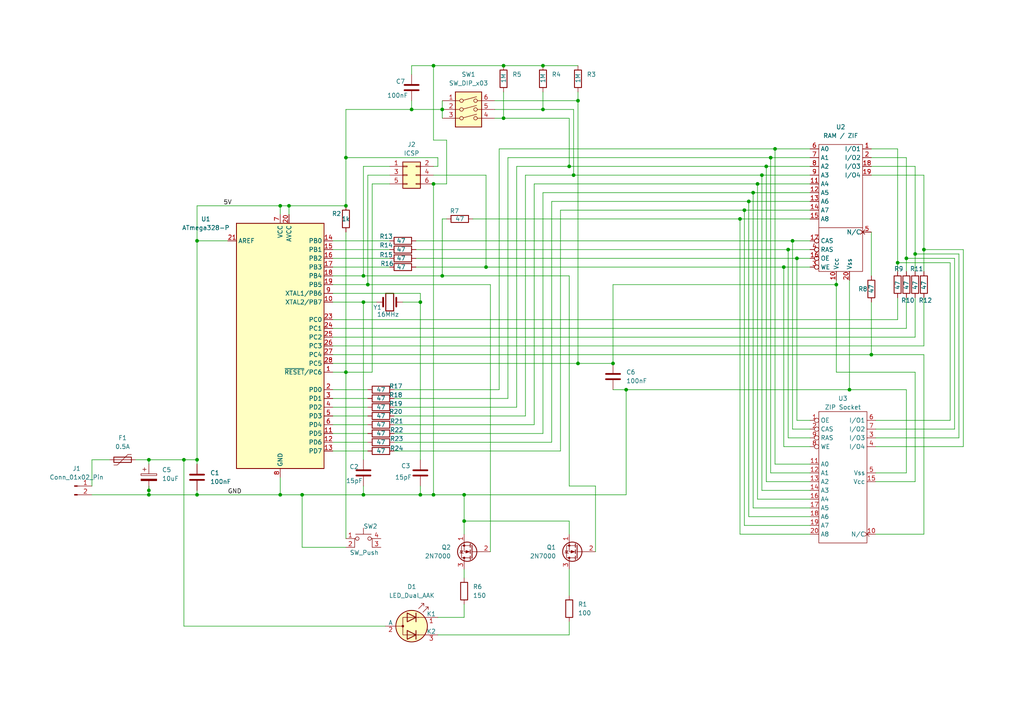
<source format=kicad_sch>
(kicad_sch (version 20231120) (generator "eeschema") (generator_version "8.0")
  (paper "A4")
  (title_block (title "RAM Tester Thru-Hole Version") (date "2024-11-24") (rev "1.1"))
  (lib_symbols
    (symbol "514256-DIP_1"
      (property "Reference" "514256" (at 12.7 6.604 0))
      (symbol "514256-DIP_1_0_1"
        (polyline (pts (xy 6.35 -19.05) (xy 19.05 -19.05)))
        (rectangle (start 6.35 5.08) (end 19.05 -31.75))
      )
      (symbol "514256-DIP_1_1_1"
        (pin bidirectional line (at 21.59 3.81 180) (length 2.54) (name "I/O1") (number "1"))
        (pin input line (at 11.43 -34.29 90) (length 2.54) (name "Vcc") (number "10"))
        (pin input line (at 3.81 -6.35 0) (length 2.54) (name "A4") (number "11"))
        (pin input line (at 3.81 -8.89 0) (length 2.54) (name "A5") (number "12"))
        (pin input line (at 3.81 -11.43 0) (length 2.54) (name "A6") (number "13"))
        (pin input line (at 3.81 -13.97 0) (length 2.54) (name "A7") (number "14"))
        (pin input line (at 3.81 -16.51 0) (length 2.54) (name "A8") (number "15"))
        (pin input inverted (at 3.81 -27.94 0) (length 2.54) (name "OE") (number "16"))
        (pin input inverted (at 3.81 -22.86 0) (length 2.54) (name "CAS") (number "17"))
        (pin bidirectional line (at 21.59 -1.27 180) (length 2.54) (name "I/O3") (number "18"))
        (pin bidirectional line (at 21.59 -3.81 180) (length 2.54) (name "I/O4") (number "19"))
        (pin bidirectional line (at 21.59 1.27 180) (length 2.54) (name "I/O2") (number "2"))
        (pin input line (at 15.24 -34.29 90) (length 2.54) (name "Vss") (number "20"))
        (pin input inverted (at 3.81 -30.48 0) (length 2.54) (name "WE") (number "3"))
        (pin input inverted (at 3.81 -25.4 0) (length 2.54) (name "RAS") (number "4"))
        (pin passive non_logic (at 21.59 -20.32 180) (length 2.54) (name "N/C") (number "5"))
        (pin input line (at 3.81 3.81 0) (length 2.54) (name "A0") (number "6"))
        (pin input line (at 3.81 1.27 0) (length 2.54) (name "A1") (number "7"))
        (pin input line (at 3.81 -1.27 0) (length 2.54) (name "A2") (number "8"))
        (pin input line (at 3.81 -3.81 0) (length 2.54) (name "A3") (number "9"))
      )
    )
    (symbol "Connector:Conn_01x02_Pin" (pin_names (offset 1.016) hide)
      (property "Reference" "J" (at 0 2.54 0))
      (property "Value" "Conn_01x02_Pin" (at 0 -5.08 0))
      (symbol "Conn_01x02_Pin_1_1"
        (polyline (pts (xy 1.27 -2.54) (xy 0.8636 -2.54)) (stroke (width 0.1524)))
        (polyline (pts (xy 1.27 0) (xy 0.8636 0)) (stroke (width 0.1524)))
        (rectangle (start 0.8636 -2.413) (end 0 -2.667) (stroke (width 0.1524)) (fill (type outline)))
        (rectangle (start 0.8636 0.127) (end 0 -0.127) (stroke (width 0.1524)) (fill (type outline)))
        (pin passive line (at 5.08 0 180) (length 3.81) (name "Pin_1") (number "1"))
        (pin passive line (at 5.08 -2.54 180) (length 3.81) (name "Pin_2") (number "2"))
      )
    )
    (symbol "Connector_Generic:Conn_02x03_Odd_Even" (pin_names (offset 1.016) hide)
      (property "Reference" "J" (at 1.27 5.08 0))
      (property "Value" "Conn_02x03_Odd_Even" (at 1.27 -5.08 0))
      (symbol "Conn_02x03_Odd_Even_1_1"
        (rectangle (start -1.27 -2.413) (end 0 -2.667) (stroke (width 0.1524)))
        (rectangle (start -1.27 0.127) (end 0 -0.127) (stroke (width 0.1524)))
        (rectangle (start -1.27 2.667) (end 0 2.413) (stroke (width 0.1524)))
        (rectangle (start -1.27 3.81) (end 3.81 -3.81) (stroke (width 0.254)) (fill (type background)))
        (rectangle (start 3.81 -2.413) (end 2.54 -2.667) (stroke (width 0.1524)))
        (rectangle (start 3.81 0.127) (end 2.54 -0.127) (stroke (width 0.1524)))
        (rectangle (start 3.81 2.667) (end 2.54 2.413) (stroke (width 0.1524)))
        (pin passive line (at -5.08 2.54 0) (length 3.81) (name "Pin_1") (number "1"))
        (pin passive line (at 7.62 2.54 180) (length 3.81) (name "Pin_2") (number "2"))
        (pin passive line (at -5.08 0 0) (length 3.81) (name "Pin_3") (number "3"))
        (pin passive line (at 7.62 0 180) (length 3.81) (name "Pin_4") (number "4"))
        (pin passive line (at -5.08 -2.54 0) (length 3.81) (name "Pin_5") (number "5"))
        (pin passive line (at 7.62 -2.54 180) (length 3.81) (name "Pin_6") (number "6"))
      )
    )
    (symbol "Device:C" (pin_numbers hide) (pin_names (offset 0.254))
      (property "Reference" "C" (at 0.635 2.54 0))
      (property "Value" "C" (at 0.635 -2.54 0))
      (symbol "C_0_1"
        (polyline (pts (xy -2.032 -0.762) (xy 2.032 -0.762)) (stroke (width 0.508)))
        (polyline (pts (xy -2.032 0.762) (xy 2.032 0.762)) (stroke (width 0.508)))
      )
      (symbol "C_1_1"
        (pin passive line (at 0 3.81 270) (length 2.794) (name "~") (number "1"))
        (pin passive line (at 0 -3.81 90) (length 2.794) (name "~") (number "2"))
      )
    )
    (symbol "Device:C_Polarized" (pin_numbers hide) (pin_names (offset 0.254))
      (property "Reference" "C" (at 0.635 2.54 0))
      (property "Value" "C_Polarized" (at 0.635 -2.54 0))
      (symbol "C_Polarized_0_1"
        (rectangle (start -2.286 0.508) (end 2.286 1.016))
        (polyline (pts (xy -1.778 2.286) (xy -0.762 2.286)))
        (polyline (pts (xy -1.27 2.794) (xy -1.27 1.778)))
        (rectangle (start 2.286 -0.508) (end -2.286 -1.016) (fill (type outline)))
      )
      (symbol "C_Polarized_1_1"
        (pin passive line (at 0 3.81 270) (length 2.794) (name "~") (number "1"))
        (pin passive line (at 0 -3.81 90) (length 2.794) (name "~") (number "2"))
      )
    )
    (symbol "Device:Crystal" (pin_numbers hide) (pin_names (offset 1.016) hide)
      (property "Reference" "Y" (at 0 3.81 0))
      (property "Value" "Crystal" (at 0 -3.81 0))
      (symbol "Crystal_0_1"
        (rectangle (start -1.143 2.54) (end 1.143 -2.54) (stroke (width 0.3048)))
        (polyline (pts (xy -2.54 0) (xy -1.905 0)))
        (polyline (pts (xy -1.905 -1.27) (xy -1.905 1.27)) (stroke (width 0.508)))
        (polyline (pts (xy 1.905 -1.27) (xy 1.905 1.27)) (stroke (width 0.508)))
        (polyline (pts (xy 2.54 0) (xy 1.905 0)))
      )
      (symbol "Crystal_1_1"
        (pin passive line (at -3.81 0 0) (length 1.27) (name "1") (number "1"))
        (pin passive line (at 3.81 0 180) (length 1.27) (name "2") (number "2"))
      )
    )
    (symbol "Device:LED_Dual_KAK" (pin_names (offset 0))
      (property "Reference" "D" (at 0 5.715 0))
      (property "Value" "LED_Dual_KAK" (at 0 -6.35 0))
      (symbol "LED_Dual_KAK_0_1"
        (circle (center -2.54 0) (radius 0.2794) (fill (type outline)))
        (polyline (pts (xy -4.572 0) (xy -2.54 0)))
        (polyline (pts (xy 1.27 -1.27) (xy 1.27 -3.81)) (stroke (width 0.254)))
        (polyline (pts (xy 1.27 3.81) (xy 1.27 1.27)) (stroke (width 0.254)))
        (polyline (pts (xy 3.81 -2.54) (xy 1.905 -2.54)))
        (polyline (pts (xy 3.81 2.54) (xy 1.905 2.54)))
        (polyline (pts (xy -1.27 -1.27) (xy -1.27 -3.81) (xy 1.27 -2.54) (xy -1.27 -1.27)) (stroke (width 0.254)))
        (polyline (pts (xy -1.27 3.81) (xy -1.27 1.27) (xy 1.27 2.54) (xy -1.27 3.81)) (stroke (width 0.254)))
        (polyline (pts (xy 2.032 2.54) (xy -2.54 2.54) (xy -2.54 -2.54) (xy 2.032 -2.54)))
        (polyline (pts (xy 2.032 5.08) (xy 3.556 6.604) (xy 2.794 6.604) (xy 3.556 6.604) (xy 3.556 5.842)))
        (polyline (pts (xy 3.302 4.064) (xy 4.826 5.588) (xy 4.064 5.588) (xy 4.826 5.588) (xy 4.826 4.826)))
        (circle (center 0 0) (radius 4.572) (stroke (width 0.254)) (fill (type background)))
      )
      (symbol "LED_Dual_KAK_1_1"
        (pin input line (at 7.62 2.54 180) (length 3.81) (name "K1") (number "1"))
        (pin input line (at -7.62 0 0) (length 3.048) (name "A") (number "2"))
        (pin input line (at 7.62 -2.54 180) (length 3.81) (name "K2") (number "3"))
      )
    )
    (symbol "Device:Polyfuse" (pin_numbers hide) (pin_names (offset 0))
      (property "Reference" "F" (at -2.54 0 90))
      (property "Value" "Polyfuse" (at 2.54 0 90))
      (symbol "Polyfuse_0_1"
        (rectangle (start -0.762 2.54) (end 0.762 -2.54) (stroke (width 0.254)))
        (polyline (pts (xy 0 2.54) (xy 0 -2.54)))
        (polyline (pts (xy -1.524 2.54) (xy -1.524 1.524) (xy 1.524 -1.524) (xy 1.524 -2.54)))
      )
      (symbol "Polyfuse_1_1"
        (pin passive line (at 0 3.81 270) (length 1.27) (name "~") (number "1"))
        (pin passive line (at 0 -3.81 90) (length 1.27) (name "~") (number "2"))
      )
    )
    (symbol "Device:R" (pin_numbers hide) (pin_names (offset 0))
      (property "Reference" "R" (at 2.032 0 90))
      (property "Value" "R" (at 0 0 90))
      (symbol "R_0_1"
        (rectangle (start -1.016 -2.54) (end 1.016 2.54) (stroke (width 0.254)))
      )
      (symbol "R_1_1"
        (pin passive line (at 0 3.81 270) (length 1.27) (name "~") (number "1"))
        (pin passive line (at 0 -3.81 90) (length 1.27) (name "~") (number "2"))
      )
    )
    (symbol "MCU_Microchip_ATmega:ATmega328-P"
      (property "Reference" "U" (at -12.7 36.83 0))
      (property "Value" "ATmega328-P" (at 2.54 -36.83 0))
      (symbol "ATmega328-P_0_1"
        (rectangle (start -12.7 -35.56) (end 12.7 35.56) (stroke (width 0.254)) (fill (type background)))
      )
      (symbol "ATmega328-P_1_1"
        (pin bidirectional line (at 15.24 -7.62 180) (length 2.54) (name "~{RESET}/PC6") (number "1"))
        (pin bidirectional line (at 15.24 12.7 180) (length 2.54) (name "XTAL2/PB7") (number "10"))
        (pin bidirectional line (at 15.24 -25.4 180) (length 2.54) (name "PD5") (number "11"))
        (pin bidirectional line (at 15.24 -27.94 180) (length 2.54) (name "PD6") (number "12"))
        (pin bidirectional line (at 15.24 -30.48 180) (length 2.54) (name "PD7") (number "13"))
        (pin bidirectional line (at 15.24 30.48 180) (length 2.54) (name "PB0") (number "14"))
        (pin bidirectional line (at 15.24 27.94 180) (length 2.54) (name "PB1") (number "15"))
        (pin bidirectional line (at 15.24 25.4 180) (length 2.54) (name "PB2") (number "16"))
        (pin bidirectional line (at 15.24 22.86 180) (length 2.54) (name "PB3") (number "17"))
        (pin bidirectional line (at 15.24 20.32 180) (length 2.54) (name "PB4") (number "18"))
        (pin bidirectional line (at 15.24 17.78 180) (length 2.54) (name "PB5") (number "19"))
        (pin bidirectional line (at 15.24 -12.7 180) (length 2.54) (name "PD0") (number "2"))
        (pin power_in line (at 2.54 38.1 270) (length 2.54) (name "AVCC") (number "20"))
        (pin passive line (at -15.24 30.48 0) (length 2.54) (name "AREF") (number "21"))
        (pin passive line (at 0 -38.1 90) (length 2.54) hide (name "GND") (number "22"))
        (pin bidirectional line (at 15.24 7.62 180) (length 2.54) (name "PC0") (number "23"))
        (pin bidirectional line (at 15.24 5.08 180) (length 2.54) (name "PC1") (number "24"))
        (pin bidirectional line (at 15.24 2.54 180) (length 2.54) (name "PC2") (number "25"))
        (pin bidirectional line (at 15.24 0 180) (length 2.54) (name "PC3") (number "26"))
        (pin bidirectional line (at 15.24 -2.54 180) (length 2.54) (name "PC4") (number "27"))
        (pin bidirectional line (at 15.24 -5.08 180) (length 2.54) (name "PC5") (number "28"))
        (pin bidirectional line (at 15.24 -15.24 180) (length 2.54) (name "PD1") (number "3"))
        (pin bidirectional line (at 15.24 -17.78 180) (length 2.54) (name "PD2") (number "4"))
        (pin bidirectional line (at 15.24 -20.32 180) (length 2.54) (name "PD3") (number "5"))
        (pin bidirectional line (at 15.24 -22.86 180) (length 2.54) (name "PD4") (number "6"))
        (pin power_in line (at 0 38.1 270) (length 2.54) (name "VCC") (number "7"))
        (pin power_in line (at 0 -38.1 90) (length 2.54) (name "GND") (number "8"))
        (pin bidirectional line (at 15.24 15.24 180) (length 2.54) (name "XTAL1/PB6") (number "9"))
      )
    )
    (symbol "Memory_RAM:514256-ZIP"
      (property "Reference" "U" (at 1.27 0 0))
      (symbol "514256-ZIP_1_1"
        (rectangle (start -3.81 -1.27) (end 10.16 -39.37))
        (pin input inverted (at -6.35 -3.81 0) (length 2.54) (name "OE") (number "1"))
        (pin passive non_logic (at 12.7 -36.83 180) (length 2.54) (name "N/C") (number "10"))
        (pin input line (at -6.35 -16.51 0) (length 2.54) (name "A0") (number "11"))
        (pin input line (at -6.35 -19.05 0) (length 2.54) (name "A1") (number "12"))
        (pin input line (at -6.35 -21.59 0) (length 2.54) (name "A2") (number "13"))
        (pin input line (at -6.35 -24.13 0) (length 2.54) (name "A3") (number "14"))
        (pin input line (at 12.7 -21.59 180) (length 2.54) (name "Vcc") (number "15"))
        (pin input line (at -6.35 -26.67 0) (length 2.54) (name "A4") (number "16"))
        (pin input line (at -6.35 -29.21 0) (length 2.54) (name "A5") (number "17"))
        (pin input line (at -6.35 -31.75 0) (length 2.54) (name "A6") (number "18"))
        (pin input line (at -6.35 -34.29 0) (length 2.54) (name "A7") (number "19"))
        (pin input inverted (at -6.35 -6.35 0) (length 2.54) (name "CAS") (number "2"))
        (pin input line (at -6.35 -36.83 0) (length 2.54) (name "A8") (number "20"))
        (pin bidirectional line (at 12.7 -8.89 180) (length 2.54) (name "I/O3") (number "3"))
        (pin bidirectional line (at 12.7 -11.43 180) (length 2.54) (name "I/O4") (number "4"))
        (pin input line (at 12.7 -19.05 180) (length 2.54) (name "Vss") (number "5"))
        (pin bidirectional line (at 12.7 -3.81 180) (length 2.54) (name "I/O1") (number "6"))
        (pin bidirectional line (at 12.7 -6.35 180) (length 2.54) (name "I/O2") (number "7"))
        (pin input inverted (at -6.35 -11.43 0) (length 2.54) (name "WE") (number "8"))
        (pin input inverted (at -6.35 -8.89 0) (length 2.54) (name "RAS") (number "9"))
      )
    )
    (symbol "Switch:SW_DIP_x03" (pin_names (offset 0) hide)
      (property "Reference" "SW" (at 0 6.35 0))
      (property "Value" "SW_DIP_x03" (at 0 -6.35 0))
      (symbol "SW_DIP_x03_0_0"
        (circle (center -2.032 -2.54) (radius 0.508))
        (circle (center -2.032 0) (radius 0.508))
        (circle (center -2.032 2.54) (radius 0.508))
        (polyline (pts (xy -1.524 -2.413) (xy 2.3622 -1.3716)))
        (polyline (pts (xy -1.524 0.127) (xy 2.3622 1.1684)))
        (polyline (pts (xy -1.524 2.667) (xy 2.3622 3.7084)))
        (circle (center 2.032 -2.54) (radius 0.508))
        (circle (center 2.032 0) (radius 0.508))
        (circle (center 2.032 2.54) (radius 0.508))
      )
      (symbol "SW_DIP_x03_0_1"
        (rectangle (start -3.81 5.08) (end 3.81 -5.08) (stroke (width 0.254)) (fill (type background)))
      )
      (symbol "SW_DIP_x03_1_1"
        (pin passive line (at -7.62 2.54 0) (length 5.08) (name "~") (number "1"))
        (pin passive line (at -7.62 0 0) (length 5.08) (name "~") (number "2"))
        (pin passive line (at -7.62 -2.54 0) (length 5.08) (name "~") (number "3"))
        (pin passive line (at 7.62 -2.54 180) (length 5.08) (name "~") (number "4"))
        (pin passive line (at 7.62 0 180) (length 5.08) (name "~") (number "5"))
        (pin passive line (at 7.62 2.54 180) (length 5.08) (name "~") (number "6"))
      )
    )
    (symbol "Switch:SW_MEC_5E" (pin_names (offset 1.016) hide)
      (property "Reference" "SW" (at 0.635 5.715 0))
      (property "Value" "SW_MEC_5E" (at 0 -3.175 0))
      (symbol "SW_MEC_5E_0_1"
        (circle (center -1.778 2.54) (radius 0.508))
        (polyline (pts (xy -2.286 3.81) (xy 2.286 3.81)))
        (polyline (pts (xy 0 3.81) (xy 0 5.588)))
        (polyline (pts (xy -2.54 0) (xy -2.54 2.54) (xy -2.286 2.54)))
        (polyline (pts (xy 2.54 0) (xy 2.54 2.54) (xy 2.286 2.54)))
        (circle (center 1.778 2.54) (radius 0.508))
        (pin passive line (at -5.08 2.54 0) (length 2.54) (name "1") (number "1"))
        (pin passive line (at -5.08 0 0) (length 2.54) (name "2") (number "2"))
        (pin passive line (at 5.08 0 180) (length 2.54) (name "K") (number "3"))
        (pin passive line (at 5.08 2.54 180) (length 2.54) (name "A") (number "4"))
      )
    )
    (symbol "Transistor_FET:2N7000" (pin_names hide)
      (property "Reference" "Q" (at 5.08 1.905 0))
      (property "Value" "2N7000" (at 5.08 0 0))
      (symbol "2N7000_0_1"
        (polyline (pts (xy 0.254 0) (xy -2.54 0)))
        (polyline (pts (xy 0.254 1.905) (xy 0.254 -1.905)) (stroke (width 0.254)))
        (polyline (pts (xy 0.762 -1.27) (xy 0.762 -2.286)) (stroke (width 0.254)))
        (polyline (pts (xy 0.762 0.508) (xy 0.762 -0.508)) (stroke (width 0.254)))
        (polyline (pts (xy 0.762 2.286) (xy 0.762 1.27)) (stroke (width 0.254)))
        (polyline (pts (xy 2.54 2.54) (xy 2.54 1.778)))
        (polyline (pts (xy 2.54 -2.54) (xy 2.54 0) (xy 0.762 0)))
        (polyline (pts (xy 0.762 -1.778) (xy 3.302 -1.778) (xy 3.302 1.778) (xy 0.762 1.778)))
        (polyline (pts (xy 1.016 0) (xy 2.032 0.381) (xy 2.032 -0.381) (xy 1.016 0)) (fill (type outline)))
        (polyline (pts (xy 2.794 0.508) (xy 2.921 0.381) (xy 3.683 0.381) (xy 3.81 0.254)))
        (polyline (pts (xy 3.302 0.381) (xy 2.921 -0.254) (xy 3.683 -0.254) (xy 3.302 0.381)))
        (circle (center 1.651 0) (radius 2.794) (stroke (width 0.254)))
        (circle (center 2.54 -1.778) (radius 0.254) (fill (type outline)))
        (circle (center 2.54 1.778) (radius 0.254) (fill (type outline)))
      )
      (symbol "2N7000_1_1"
        (pin passive line (at 2.54 -5.08 90) (length 2.54) (name "S") (number "1"))
        (pin input line (at -5.08 0 0) (length 2.54) (name "G") (number "2"))
        (pin passive line (at 2.54 5.08 270) (length 2.54) (name "D") (number "3"))
      )
    )
  )
  (junction (at 121.92 143.51))
  (junction (at 262.89 74.93))
  (junction (at 83.82 59.69))
  (junction (at 43.18 133.35))
  (junction (at 100.33 45.72))
  (junction (at 105.41 87.63))
  (junction (at 100.33 59.69))
  (junction (at 217.17 58.42))
  (junction (at 157.48 19.05))
  (junction (at 128.27 31.75))
  (junction (at 53.34 133.35))
  (junction (at 57.15 133.35))
  (junction (at 57.15 143.51))
  (junction (at 146.05 19.05))
  (junction (at 119.38 31.75))
  (junction (at 165.1 48.26))
  (junction (at 214.63 63.5))
  (junction (at 220.98 50.8))
  (junction (at 43.18 143.51))
  (junction (at 260.35 76.2))
  (junction (at 105.41 80.01))
  (junction (at 121.92 87.63))
  (junction (at 128.27 80.01))
  (junction (at 134.62 151.13))
  (junction (at 81.28 59.69))
  (junction (at 181.61 113.03))
  (junction (at 146.05 34.29))
  (junction (at 229.87 69.85))
  (junction (at 224.79 43.18))
  (junction (at 246.38 113.03))
  (junction (at 125.73 143.51))
  (junction (at 140.97 77.47))
  (junction (at 43.18 142.24))
  (junction (at 219.71 53.34))
  (junction (at 167.64 29.21))
  (junction (at 215.9 60.96))
  (junction (at 87.63 143.51))
  (junction (at 252.73 102.87))
  (junction (at 177.8 105.41))
  (junction (at 267.97 72.39))
  (junction (at 242.57 82.55))
  (junction (at 157.48 31.75))
  (junction (at 57.15 69.85))
  (junction (at 228.6 72.39))
  (junction (at 223.52 45.72))
  (junction (at 218.44 55.88))
  (junction (at 106.68 82.55))
  (junction (at 105.41 143.51))
  (junction (at 125.73 53.34))
  (junction (at 231.14 74.93))
  (junction (at 166.37 50.8))
  (junction (at 167.64 105.41))
  (junction (at 134.62 143.51))
  (junction (at 81.28 143.51))
  (junction (at 227.33 77.47))
  (junction (at 100.33 107.95))
  (junction (at 222.25 48.26))
  (junction (at 265.43 73.66))
  (junction (at 125.73 19.05))
  (wire (pts (xy 114.3 123.19) (xy 154.94 123.19)))
  (wire (pts (xy 147.32 45.72) (xy 147.32 115.57)))
  (wire (pts (xy 107.95 53.34) (xy 107.95 107.95)))
  (wire (pts (xy 106.68 125.73) (xy 96.52 125.73)))
  (wire (pts (xy 140.97 50.8) (xy 140.97 77.47)))
  (wire (pts (xy 219.71 53.34) (xy 234.95 53.34)))
  (wire (pts (xy 57.15 134.62) (xy 57.15 133.35)))
  (wire (pts (xy 121.92 85.09) (xy 121.92 87.63)))
  (wire (pts (xy 152.4 50.8) (xy 166.37 50.8)))
  (wire (pts (xy 165.1 165.1) (xy 165.1 172.72)))
  (wire (pts (xy 172.72 140.97) (xy 165.1 140.97)))
  (wire (pts (xy 157.48 19.05) (xy 167.64 19.05)))
  (wire (pts (xy 262.89 113.03) (xy 246.38 113.03)))
  (wire (pts (xy 234.95 127) (xy 228.6 127)))
  (wire (pts (xy 228.6 127) (xy 228.6 72.39)))
  (wire (pts (xy 114.3 130.81) (xy 162.56 130.81)))
  (wire (pts (xy 129.54 40.64) (xy 129.54 53.34)))
  (wire (pts (xy 252.73 43.18) (xy 260.35 43.18)))
  (wire (pts (xy 105.41 87.63) (xy 105.41 133.35)))
  (wire (pts (xy 220.98 50.8) (xy 234.95 50.8)))
  (wire (pts (xy 234.95 60.96) (xy 215.9 60.96)))
  (wire (pts (xy 100.33 158.75) (xy 87.63 158.75)))
  (wire (pts (xy 53.34 133.35) (xy 57.15 133.35)))
  (wire (pts (xy 278.13 73.66) (xy 265.43 73.66)))
  (wire (pts (xy 134.62 143.51) (xy 134.62 151.13)))
  (wire (pts (xy 114.3 125.73) (xy 157.48 125.73)))
  (wire (pts (xy 254 121.92) (xy 275.59 121.92)))
  (wire (pts (xy 262.89 74.93) (xy 276.86 74.93)))
  (wire (pts (xy 252.73 45.72) (xy 262.89 45.72)))
  (wire (pts (xy 227.33 129.54) (xy 227.33 77.47)))
  (wire (pts (xy 223.52 137.16) (xy 223.52 45.72)))
  (wire (pts (xy 121.92 87.63) (xy 121.92 133.35)))
  (wire (pts (xy 100.33 31.75) (xy 100.33 45.72)))
  (wire (pts (xy 57.15 59.69) (xy 81.28 59.69)))
  (wire (pts (xy 231.14 121.92) (xy 231.14 74.93)))
  (wire (pts (xy 146.05 26.67) (xy 146.05 34.29)))
  (wire (pts (xy 143.51 34.29) (xy 146.05 34.29)))
  (wire (pts (xy 125.73 40.64) (xy 129.54 40.64)))
  (wire (pts (xy 107.95 107.95) (xy 100.33 107.95)))
  (wire (pts (xy 134.62 143.51) (xy 181.61 143.51)))
  (wire (pts (xy 105.41 140.97) (xy 105.41 143.51)))
  (wire (pts (xy 234.95 134.62) (xy 224.79 134.62)))
  (wire (pts (xy 119.38 19.05) (xy 125.73 19.05)))
  (wire (pts (xy 106.68 82.55) (xy 142.24 82.55)))
  (wire (pts (xy 157.48 55.88) (xy 157.48 125.73)))
  (wire (pts (xy 166.37 31.75) (xy 166.37 50.8)))
  (wire (pts (xy 100.33 45.72) (xy 100.33 59.69)))
  (wire (pts (xy 105.41 48.26) (xy 105.41 80.01)))
  (wire (pts (xy 114.3 113.03) (xy 144.78 113.03)))
  (wire (pts (xy 279.4 72.39) (xy 279.4 129.54)))
  (wire (pts (xy 87.63 158.75) (xy 87.63 143.51)))
  (wire (pts (xy 105.41 87.63) (xy 109.22 87.63)))
  (wire (pts (xy 146.05 19.05) (xy 157.48 19.05)))
  (wire (pts (xy 113.03 53.34) (xy 107.95 53.34)))
  (wire (pts (xy 143.51 31.75) (xy 157.48 31.75)))
  (wire (pts (xy 276.86 74.93) (xy 276.86 124.46)))
  (wire (pts (xy 96.52 69.85) (xy 113.03 69.85)))
  (wire (pts (xy 96.52 102.87) (xy 252.73 102.87)))
  (wire (pts (xy 219.71 144.78) (xy 219.71 53.34)))
  (wire (pts (xy 96.52 113.03) (xy 106.68 113.03)))
  (wire (pts (xy 177.8 105.41) (xy 167.64 105.41)))
  (wire (pts (xy 167.64 26.67) (xy 167.64 29.21)))
  (wire (pts (xy 234.95 147.32) (xy 218.44 147.32)))
  (wire (pts (xy 265.43 139.7) (xy 265.43 107.95)))
  (wire (pts (xy 252.73 87.63) (xy 252.73 102.87)))
  (wire (pts (xy 149.86 48.26) (xy 165.1 48.26)))
  (wire (pts (xy 129.54 63.5) (xy 128.27 63.5)))
  (wire (pts (xy 228.6 72.39) (xy 234.95 72.39)))
  (wire (pts (xy 57.15 69.85) (xy 66.04 69.85)))
  (wire (pts (xy 129.54 53.34) (xy 125.73 53.34)))
  (wire (pts (xy 121.92 140.97) (xy 121.92 143.51)))
  (wire (pts (xy 43.18 133.35) (xy 53.34 133.35)))
  (wire (pts (xy 120.65 74.93) (xy 231.14 74.93)))
  (wire (pts (xy 149.86 118.11) (xy 149.86 48.26)))
  (wire (pts (xy 125.73 48.26) (xy 127 48.26)))
  (wire (pts (xy 134.62 151.13) (xy 134.62 154.94)))
  (wire (pts (xy 57.15 142.24) (xy 57.15 143.51)))
  (wire (pts (xy 234.95 121.92) (xy 231.14 121.92)))
  (wire (pts (xy 146.05 34.29) (xy 165.1 34.29)))
  (wire (pts (xy 267.97 50.8) (xy 267.97 72.39)))
  (wire (pts (xy 214.63 63.5) (xy 137.16 63.5)))
  (wire (pts (xy 157.48 31.75) (xy 166.37 31.75)))
  (wire (pts (xy 234.95 124.46) (xy 229.87 124.46)))
  (wire (pts (xy 262.89 74.93) (xy 262.89 78.74)))
  (wire (pts (xy 134.62 165.1) (xy 134.62 167.64)))
  (wire (pts (xy 252.73 50.8) (xy 267.97 50.8)))
  (wire (pts (xy 152.4 50.8) (xy 152.4 120.65)))
  (wire (pts (xy 120.65 77.47) (xy 140.97 77.47)))
  (wire (pts (xy 119.38 29.21) (xy 119.38 31.75)))
  (wire (pts (xy 106.68 50.8) (xy 106.68 82.55)))
  (wire (pts (xy 144.78 43.18) (xy 224.79 43.18)))
  (wire (pts (xy 223.52 45.72) (xy 147.32 45.72)))
  (wire (pts (xy 100.33 59.69) (xy 83.82 59.69)))
  (wire (pts (xy 154.94 53.34) (xy 219.71 53.34)))
  (wire (pts (xy 165.1 48.26) (xy 222.25 48.26)))
  (wire (pts (xy 265.43 97.79) (xy 96.52 97.79)))
  (wire (pts (xy 53.34 181.61) (xy 111.76 181.61)))
  (wire (pts (xy 142.24 82.55) (xy 142.24 160.02)))
  (wire (pts (xy 114.3 118.11) (xy 149.86 118.11)))
  (wire (pts (xy 262.89 95.25) (xy 96.52 95.25)))
  (wire (pts (xy 224.79 43.18) (xy 234.95 43.18)))
  (wire (pts (xy 229.87 124.46) (xy 229.87 69.85)))
  (wire (pts (xy 265.43 48.26) (xy 265.43 73.66)))
  (wire (pts (xy 96.52 115.57) (xy 106.68 115.57)))
  (wire (pts (xy 166.37 50.8) (xy 220.98 50.8)))
  (wire (pts (xy 234.95 45.72) (xy 223.52 45.72)))
  (wire (pts (xy 252.73 67.31) (xy 252.73 80.01)))
  (wire (pts (xy 81.28 59.69) (xy 81.28 62.23)))
  (wire (pts (xy 128.27 31.75) (xy 128.27 34.29)))
  (wire (pts (xy 262.89 86.36) (xy 262.89 95.25)))
  (wire (pts (xy 140.97 77.47) (xy 227.33 77.47)))
  (wire (pts (xy 127 179.07) (xy 134.62 179.07)))
  (wire (pts (xy 96.52 123.19) (xy 106.68 123.19)))
  (wire (pts (xy 234.95 63.5) (xy 214.63 63.5)))
  (wire (pts (xy 43.18 143.51) (xy 57.15 143.51)))
  (wire (pts (xy 81.28 143.51) (xy 87.63 143.51)))
  (wire (pts (xy 177.8 113.03) (xy 181.61 113.03)))
  (wire (pts (xy 96.52 128.27) (xy 106.68 128.27)))
  (wire (pts (xy 162.56 60.96) (xy 162.56 130.81)))
  (wire (pts (xy 114.3 115.57) (xy 147.32 115.57)))
  (wire (pts (xy 242.57 81.28) (xy 242.57 82.55)))
  (wire (pts (xy 242.57 82.55) (xy 177.8 82.55)))
  (wire (pts (xy 120.65 72.39) (xy 228.6 72.39)))
  (wire (pts (xy 222.25 48.26) (xy 234.95 48.26)))
  (wire (pts (xy 218.44 55.88) (xy 157.48 55.88)))
  (wire (pts (xy 105.41 80.01) (xy 128.27 80.01)))
  (wire (pts (xy 215.9 60.96) (xy 162.56 60.96)))
  (wire (pts (xy 100.33 67.31) (xy 100.33 107.95)))
  (wire (pts (xy 127 48.26) (xy 127 45.72)))
  (wire (pts (xy 260.35 43.18) (xy 260.35 76.2)))
  (wire (pts (xy 234.95 152.4) (xy 215.9 152.4)))
  (wire (pts (xy 252.73 102.87) (xy 267.97 102.87)))
  (wire (pts (xy 167.64 29.21) (xy 167.64 105.41)))
  (wire (pts (xy 134.62 151.13) (xy 165.1 151.13)))
  (wire (pts (xy 165.1 151.13) (xy 165.1 154.94)))
  (wire (pts (xy 157.48 26.67) (xy 157.48 31.75)))
  (wire (pts (xy 267.97 86.36) (xy 267.97 100.33)))
  (wire (pts (xy 234.95 144.78) (xy 219.71 144.78)))
  (wire (pts (xy 260.35 76.2) (xy 260.35 78.74)))
  (wire (pts (xy 96.52 100.33) (xy 267.97 100.33)))
  (wire (pts (xy 262.89 137.16) (xy 262.89 113.03)))
  (wire (pts (xy 242.57 107.95) (xy 242.57 82.55)))
  (wire (pts (xy 181.61 113.03) (xy 246.38 113.03)))
  (wire (pts (xy 128.27 29.21) (xy 128.27 31.75)))
  (wire (pts (xy 114.3 120.65) (xy 152.4 120.65)))
  (wire (pts (xy 114.3 128.27) (xy 160.02 128.27)))
  (wire (pts (xy 128.27 80.01) (xy 165.1 80.01)))
  (wire (pts (xy 254 127) (xy 278.13 127)))
  (wire (pts (xy 265.43 73.66) (xy 265.43 78.74)))
  (wire (pts (xy 267.97 72.39) (xy 279.4 72.39)))
  (wire (pts (xy 96.52 107.95) (xy 100.33 107.95)))
  (wire (pts (xy 260.35 86.36) (xy 260.35 92.71)))
  (wire (pts (xy 260.35 92.71) (xy 96.52 92.71)))
  (wire (pts (xy 177.8 82.55) (xy 177.8 105.41)))
  (wire (pts (xy 96.52 87.63) (xy 105.41 87.63)))
  (wire (pts (xy 220.98 142.24) (xy 220.98 50.8)))
  (wire (pts (xy 222.25 139.7) (xy 222.25 48.26)))
  (wire (pts (xy 96.52 77.47) (xy 113.03 77.47)))
  (wire (pts (xy 96.52 80.01) (xy 105.41 80.01)))
  (wire (pts (xy 125.73 143.51) (xy 134.62 143.51)))
  (wire (pts (xy 57.15 69.85) (xy 57.15 59.69)))
  (wire (pts (xy 144.78 113.03) (xy 144.78 43.18)))
  (wire (pts (xy 57.15 143.51) (xy 81.28 143.51)))
  (wire (pts (xy 246.38 81.28) (xy 246.38 113.03)))
  (wire (pts (xy 96.52 85.09) (xy 121.92 85.09)))
  (wire (pts (xy 267.97 154.94) (xy 254 154.94)))
  (wire (pts (xy 125.73 19.05) (xy 125.73 40.64)))
  (wire (pts (xy 43.18 133.35) (xy 43.18 134.62)))
  (wire (pts (xy 234.95 129.54) (xy 227.33 129.54)))
  (wire (pts (xy 154.94 123.19) (xy 154.94 53.34)))
  (wire (pts (xy 254 139.7) (xy 265.43 139.7)))
  (wire (pts (xy 87.63 143.51) (xy 105.41 143.51)))
  (wire (pts (xy 160.02 58.42) (xy 217.17 58.42)))
  (wire (pts (xy 165.1 34.29) (xy 165.1 48.26)))
  (wire (pts (xy 234.95 55.88) (xy 218.44 55.88)))
  (wire (pts (xy 120.65 69.85) (xy 229.87 69.85)))
  (wire (pts (xy 53.34 181.61) (xy 53.34 133.35)))
  (wire (pts (xy 96.52 82.55) (xy 106.68 82.55)))
  (wire (pts (xy 125.73 50.8) (xy 140.97 50.8)))
  (wire (pts (xy 218.44 147.32) (xy 218.44 55.88)))
  (wire (pts (xy 265.43 86.36) (xy 265.43 97.79)))
  (wire (pts (xy 100.33 107.95) (xy 100.33 156.21)))
  (wire (pts (xy 43.18 140.97) (xy 43.18 142.24)))
  (wire (pts (xy 165.1 180.34) (xy 165.1 184.15)))
  (wire (pts (xy 81.28 138.43) (xy 81.28 143.51)))
  (wire (pts (xy 96.52 118.11) (xy 106.68 118.11)))
  (wire (pts (xy 83.82 59.69) (xy 81.28 59.69)))
  (wire (pts (xy 43.18 142.24) (xy 43.18 143.51)))
  (wire (pts (xy 234.95 137.16) (xy 223.52 137.16)))
  (wire (pts (xy 57.15 133.35) (xy 57.15 69.85)))
  (wire (pts (xy 275.59 76.2) (xy 260.35 76.2)))
  (wire (pts (xy 100.33 31.75) (xy 119.38 31.75)))
  (wire (pts (xy 231.14 74.93) (xy 234.95 74.93)))
  (wire (pts (xy 181.61 113.03) (xy 181.61 143.51)))
  (wire (pts (xy 96.52 72.39) (xy 113.03 72.39)))
  (wire (pts (xy 214.63 154.94) (xy 214.63 63.5)))
  (wire (pts (xy 278.13 127) (xy 278.13 73.66)))
  (wire (pts (xy 229.87 69.85) (xy 234.95 69.85)))
  (wire (pts (xy 134.62 179.07) (xy 134.62 175.26)))
  (wire (pts (xy 127 45.72) (xy 100.33 45.72)))
  (wire (pts (xy 262.89 45.72) (xy 262.89 74.93)))
  (wire (pts (xy 217.17 58.42) (xy 234.95 58.42)))
  (wire (pts (xy 172.72 160.02) (xy 172.72 140.97)))
  (wire (pts (xy 128.27 63.5) (xy 128.27 80.01)))
  (wire (pts (xy 234.95 142.24) (xy 220.98 142.24)))
  (wire (pts (xy 113.03 50.8) (xy 106.68 50.8)))
  (wire (pts (xy 119.38 21.59) (xy 119.38 19.05)))
  (wire (pts (xy 26.67 143.51) (xy 43.18 143.51)))
  (wire (pts (xy 276.86 124.46) (xy 254 124.46)))
  (wire (pts (xy 265.43 107.95) (xy 242.57 107.95)))
  (wire (pts (xy 105.41 143.51) (xy 121.92 143.51)))
  (wire (pts (xy 275.59 121.92) (xy 275.59 76.2)))
  (wire (pts (xy 96.52 120.65) (xy 106.68 120.65)))
  (wire (pts (xy 279.4 129.54) (xy 254 129.54)))
  (wire (pts (xy 106.68 130.81) (xy 96.52 130.81)))
  (wire (pts (xy 83.82 62.23) (xy 83.82 59.69)))
  (wire (pts (xy 121.92 87.63) (xy 116.84 87.63)))
  (wire (pts (xy 234.95 139.7) (xy 222.25 139.7)))
  (wire (pts (xy 252.73 48.26) (xy 265.43 48.26)))
  (wire (pts (xy 39.37 133.35) (xy 43.18 133.35)))
  (wire (pts (xy 165.1 80.01) (xy 165.1 140.97)))
  (wire (pts (xy 234.95 149.86) (xy 217.17 149.86)))
  (wire (pts (xy 26.67 133.35) (xy 31.75 133.35)))
  (wire (pts (xy 234.95 154.94) (xy 214.63 154.94)))
  (wire (pts (xy 125.73 53.34) (xy 125.73 143.51)))
  (wire (pts (xy 217.17 149.86) (xy 217.17 58.42)))
  (wire (pts (xy 267.97 102.87) (xy 267.97 154.94)))
  (wire (pts (xy 119.38 31.75) (xy 128.27 31.75)))
  (wire (pts (xy 267.97 72.39) (xy 267.97 78.74)))
  (wire (pts (xy 143.51 29.21) (xy 167.64 29.21)))
  (wire (pts (xy 165.1 184.15) (xy 127 184.15)))
  (wire (pts (xy 224.79 134.62) (xy 224.79 43.18)))
  (wire (pts (xy 113.03 48.26) (xy 105.41 48.26)))
  (wire (pts (xy 254 137.16) (xy 262.89 137.16)))
  (wire (pts (xy 160.02 128.27) (xy 160.02 58.42)))
  (wire (pts (xy 121.92 143.51) (xy 125.73 143.51)))
  (wire (pts (xy 146.05 19.05) (xy 125.73 19.05)))
  (wire (pts (xy 167.64 105.41) (xy 96.52 105.41)))
  (wire (pts (xy 96.52 74.93) (xy 113.03 74.93)))
  (wire (pts (xy 26.67 140.97) (xy 26.67 133.35)))
  (wire (pts (xy 215.9 152.4) (xy 215.9 60.96)))
  (wire (pts (xy 227.33 77.47) (xy 234.95 77.47)))
  (label "5V" (at 64.77 59.69 0) (property "Netclass" "Vcc" (effects (hide yes))))
  (label "GND" (at 66.04 143.51 0) (property "Netclass" "GND" (effects (hide yes))))
  (symbol (lib_id "Device:R") (at 260.35 82.55 0) (unit 1)
    (property "Reference" "R9" (at 259.334 77.978 0) (effects (justify left)))
    (property "Value" "47" (at 260.35 84.074 90) (effects (justify left)))
    (property "Footprint" "Resistor_THT:R_Axial_DIN0204_L3.6mm_D1.6mm_P7.62mm_Horizontal" (effects (hide yes)))
    (property "Description" "Resistor" (effects (hide yes)))
  )
  (symbol (lib_id "Memory_RAM:514256-ZIP") (at 241.3 118.11 0) (unit 1)
    (property "Reference" "U3" (at 244.475 115.57 0))
    (property "Value" "ZIP Socket" (at 244.475 118.11 0))
    (property "Footprint" "Package_DIP:ZIP-20" (effects (hide yes)))
  )
  (symbol (lib_id "Device:Crystal") (at 113.03 87.63 0) (unit 1)
    (property "Reference" "Y1" (at 109.474 89.154 0))
    (property "Value" "16MHz" (at 112.522 91.186 0))
    (property "Footprint" "Crystal:Crystal_HC49-U_Vertical" (effects (hide yes)))
    (property "Description" "Two pin crystal" (effects (hide yes)))
  )
  (symbol (lib_id "Device:R") (at 252.73 83.82 180) (unit 1)
    (property "Reference" "R8" (at 248.92 83.82 0) (effects (justify right)))
    (property "Value" "47" (at 252.73 85.09 90) (effects (justify right)))
    (property "Footprint" "Resistor_THT:R_Axial_DIN0204_L3.6mm_D1.6mm_P7.62mm_Horizontal" (effects (hide yes)))
    (property "Description" "Resistor" (effects (hide yes)))
  )
  (symbol (lib_id "Device:R") (at 110.49 125.73 90) (unit 1)
    (property "Reference" "R22" (at 115.062 124.714 90))
    (property "Value" "47" (at 110.49 125.73 90))
    (property "Footprint" "Resistor_THT:R_Axial_DIN0204_L3.6mm_D1.6mm_P7.62mm_Horizontal" (effects (hide yes)))
    (property "Description" "Resistor" (effects (hide yes)))
  )
  (symbol (lib_id "Device:R") (at 165.1 176.53 180) (unit 1)
    (property "Reference" "R1" (at 167.64 175.2599 0) (effects (justify right)))
    (property "Value" "100" (at 167.64 177.7999 0) (effects (justify right)))
    (property "Footprint" "Resistor_THT:R_Axial_DIN0204_L3.6mm_D1.6mm_P7.62mm_Horizontal" (effects (hide yes)))
    (property "Description" "Resistor" (effects (hide yes)))
  )
  (symbol (lib_id "Device:R") (at 167.64 22.86 0) (unit 1)
    (property "Reference" "R3" (at 170.18 21.5899 0) (effects (justify left)))
    (property "Value" "1M" (at 167.64 24.13 90) (effects (justify left)))
    (property "Footprint" "Resistor_THT:R_Axial_DIN0204_L3.6mm_D1.6mm_P7.62mm_Horizontal" (effects (hide yes)))
    (property "Description" "Resistor" (effects (hide yes)))
  )
  (symbol (lib_id "Device:R") (at 110.49 115.57 90) (unit 1)
    (property "Reference" "R18" (at 114.808 114.554 90))
    (property "Value" "47" (at 110.49 113.03 90))
    (property "Footprint" "Resistor_THT:R_Axial_DIN0204_L3.6mm_D1.6mm_P7.62mm_Horizontal" (effects (hide yes)))
    (property "Description" "Resistor" (effects (hide yes)))
  )
  (symbol (lib_id "Device:Polyfuse") (at 35.56 133.35 90) (unit 1)
    (property "Reference" "F1" (at 35.56 127 90))
    (property "Value" "0.5A" (at 35.56 129.54 90))
    (property "Footprint" "Fuse:Fuse_Littelfuse_395Series" (effects (hide yes)))
    (property "Description" "Resettable fuse, polymeric positive temperature coefficient" (effects (hide yes)))
  )
  (symbol (lib_id "Device:R") (at 134.62 171.45 0) (unit 1)
    (property "Reference" "R6" (at 137.16 170.1799 0) (effects (justify left)))
    (property "Value" "150" (at 137.16 172.7199 0) (effects (justify left)))
    (property "Footprint" "Resistor_THT:R_Axial_DIN0204_L3.6mm_D1.6mm_P7.62mm_Horizontal" (effects (hide yes)))
    (property "Description" "Resistor" (effects (hide yes)))
  )
  (symbol (lib_id "Device:C") (at 121.92 137.16 0) (unit 1)
    (property "Reference" "C3" (at 116.332 135.128 0) (effects (justify left)))
    (property "Value" "15pF" (at 114.554 138.43 0) (effects (justify left)))
    (property "Footprint" "Capacitor_THT:C_Disc_D4.3mm_W1.9mm_P5.00mm" (effects (hide yes)))
    (property "Description" "Unpolarized capacitor" (effects (hide yes)))
  )
  (symbol (lib_id "Device:R") (at 110.49 120.65 90) (unit 1)
    (property "Reference" "R20" (at 114.808 119.38 90))
    (property "Value" "47" (at 110.49 120.65 90))
    (property "Footprint" "Resistor_THT:R_Axial_DIN0204_L3.6mm_D1.6mm_P7.62mm_Horizontal" (effects (hide yes)))
    (property "Description" "Resistor" (effects (hide yes)))
  )
  (symbol (lib_id "Device:R") (at 133.35 63.5 90) (unit 1)
    (property "Reference" "R7" (at 131.826 61.214 90))
    (property "Value" "47" (at 133.35 63.5 90))
    (property "Footprint" "Resistor_THT:R_Axial_DIN0204_L3.6mm_D1.6mm_P7.62mm_Horizontal" (effects (hide yes)))
    (property "Description" "Resistor" (effects (hide yes)))
  )
  (symbol (lib_id "Device:R") (at 116.84 74.93 90) (unit 1)
    (property "Reference" "R15" (at 112.014 73.914 90))
    (property "Value" "47" (at 116.332 74.93 90))
    (property "Footprint" "Resistor_THT:R_Axial_DIN0204_L3.6mm_D1.6mm_P7.62mm_Horizontal" (effects (hide yes)))
    (property "Description" "Resistor" (effects (hide yes)))
  )
  (symbol (lib_id "Connector_Generic:Conn_02x03_Odd_Even") (at 118.11 50.8 0) (unit 1)
    (property "Reference" "J2" (at 119.38 41.91 0))
    (property "Value" "ICSP" (at 119.38 44.45 0))
    (property "Footprint" "Connector_PinHeader_2.54mm:PinHeader_2x03_P2.54mm_Vertical" (effects (hide yes)))
    (property "Description" "Generic connector, double row, 02x03, odd/even pin numbering scheme (row 1 odd numbers, row 2 even numbers), script generated (kicad-library-utils/schlib/autogen/connector/)" (effects (hide yes)))
  )
  (symbol (lib_id "Device:R") (at 110.49 130.81 90) (unit 1)
    (property "Reference" "R24" (at 115.062 130.048 90))
    (property "Value" "47" (at 110.49 130.81 90))
    (property "Footprint" "Resistor_THT:R_Axial_DIN0204_L3.6mm_D1.6mm_P7.62mm_Horizontal" (effects (hide yes)))
    (property "Description" "Resistor" (effects (hide yes)))
  )
  (symbol (lib_id "Transistor_FET:2N7000") (at 137.16 160.02 180) (unit 1)
    (property "Reference" "Q2" (at 130.81 158.7499 0) (effects (justify left)))
    (property "Value" "2N7000" (at 130.81 161.2899 0) (effects (justify left)))
    (property "Footprint" "Package_TO_SOT_THT:TO-92_Inline" (effects (hide yes)))
    (property "Datasheet" "https://www.vishay.com/docs/70226/70226.pdf" (effects (hide yes)))
    (property "Description" "0.2A Id, 200V Vds, N-Channel MOSFET, 2.6V Logic Level, TO-92" (effects (hide yes)))
  )
  (symbol (lib_id "Switch:SW_DIP_x03") (at 135.89 31.75 0) (unit 1)
    (property "Reference" "SW1" (at 135.89 21.59 0))
    (property "Value" "SW_DIP_x03" (at 135.89 24.13 0))
    (property "Footprint" "Button_Switch_THT:SW_DIP_SPSTx03_Slide_9.78x9.8mm_W7.62mm_P2.54mm" (effects (hide yes)))
    (property "Description" "3x DIP Switch, Single Pole Single Throw (SPST) switch, small symbol" (effects (hide yes)))
  )
  (symbol (lib_name "514256-DIP_1") (lib_id "Memory_RAM:514256-DIP") (at 231.14 46.99 0) (unit 1)
    (property "Reference" "U2" (at 243.84 36.83 0))
    (property "Value" "RAM / ZIF" (at 243.84 39.37 0))
    (property "Footprint" "Package_DIP:DIP-20_W7.62mm_LongPads" (effects (hide yes)))
  )
  (symbol (lib_id "Device:R") (at 262.89 82.55 0) (unit 1)
    (property "Reference" "R10" (at 261.366 87.122 0) (effects (justify left)))
    (property "Value" "47" (at 262.89 84.074 90) (effects (justify left)))
    (property "Footprint" "Resistor_THT:R_Axial_DIN0204_L3.6mm_D1.6mm_P7.62mm_Horizontal" (effects (hide yes)))
    (property "Description" "Resistor" (effects (hide yes)))
  )
  (symbol (lib_id "Device:R") (at 110.49 128.27 90) (unit 1)
    (property "Reference" "R23" (at 115.062 127.254 90))
    (property "Value" "47" (at 110.49 128.27 90))
    (property "Footprint" "Resistor_THT:R_Axial_DIN0204_L3.6mm_D1.6mm_P7.62mm_Horizontal" (effects (hide yes)))
    (property "Description" "Resistor" (effects (hide yes)))
  )
  (symbol (lib_id "Device:R") (at 116.84 69.85 90) (unit 1)
    (property "Reference" "R13" (at 112.014 68.58 90))
    (property "Value" "47" (at 116.332 69.85 90))
    (property "Footprint" "Resistor_THT:R_Axial_DIN0204_L3.6mm_D1.6mm_P7.62mm_Horizontal" (effects (hide yes)))
    (property "Description" "Resistor" (effects (hide yes)))
  )
  (symbol (lib_id "Device:R") (at 110.49 118.11 90) (unit 1)
    (property "Reference" "R19" (at 114.808 117.094 90))
    (property "Value" "47" (at 110.49 118.11 90))
    (property "Footprint" "Resistor_THT:R_Axial_DIN0204_L3.6mm_D1.6mm_P7.62mm_Horizontal" (effects (hide yes)))
    (property "Description" "Resistor" (effects (hide yes)))
  )
  (symbol (lib_id "Device:R") (at 110.49 113.03 90) (unit 1)
    (property "Reference" "R17" (at 114.808 112.014 90))
    (property "Value" "47" (at 110.49 115.57 90))
    (property "Footprint" "Resistor_THT:R_Axial_DIN0204_L3.6mm_D1.6mm_P7.62mm_Horizontal" (effects (hide yes)))
    (property "Description" "Resistor" (effects (hide yes)))
  )
  (symbol (lib_id "Device:R") (at 100.33 63.5 0) (unit 1)
    (property "Reference" "R2" (at 96.266 61.976 0) (effects (justify left)))
    (property "Value" "1k" (at 99.06 63.5 0) (effects (justify left)))
    (property "Footprint" "Resistor_THT:R_Axial_DIN0204_L3.6mm_D1.6mm_P7.62mm_Horizontal" (effects (hide yes)))
    (property "Description" "Resistor" (effects (hide yes)))
  )
  (symbol (lib_id "Device:C") (at 177.8 109.22 0) (unit 1)
    (property "Reference" "C6" (at 181.61 107.9499 0) (effects (justify left)))
    (property "Value" "100nF" (at 181.61 110.4899 0) (effects (justify left)))
    (property "Footprint" "Capacitor_THT:C_Disc_D4.3mm_W1.9mm_P5.00mm" (effects (hide yes)))
    (property "Description" "Unpolarized capacitor" (effects (hide yes)))
  )
  (symbol (lib_id "Device:R") (at 116.84 77.47 90) (unit 1)
    (property "Reference" "R16" (at 112.268 76.454 90))
    (property "Value" "47" (at 116.332 77.47 90))
    (property "Footprint" "Resistor_THT:R_Axial_DIN0204_L3.6mm_D1.6mm_P7.62mm_Horizontal" (effects (hide yes)))
    (property "Description" "Resistor" (effects (hide yes)))
  )
  (symbol (lib_id "Device:LED_Dual_KAK") (at 119.38 181.61 0) (unit 1)
    (property "Reference" "D1" (at 119.4435 170.18 0))
    (property "Value" "LED_Dual_AAK" (at 119.4435 172.72 0))
    (property "Footprint" "LED_THT:LED_D5.0mm-3" (effects (hide yes)))
    (property "Description" "Dual LED, common anode on pin 2" (effects (hide yes)))
  )
  (symbol (lib_id "Transistor_FET:2N7000") (at 167.64 160.02 180) (unit 1)
    (property "Reference" "Q1" (at 161.29 158.7499 0) (effects (justify left)))
    (property "Value" "2N7000" (at 161.29 161.2899 0) (effects (justify left)))
    (property "Footprint" "Package_TO_SOT_THT:TO-92_Inline" (effects (hide yes)))
    (property "Datasheet" "https://www.vishay.com/docs/70226/70226.pdf" (effects (hide yes)))
    (property "Description" "0.2A Id, 200V Vds, N-Channel MOSFET, 2.6V Logic Level, TO-92" (effects (hide yes)))
  )
  (symbol (lib_id "Device:R") (at 110.49 123.19 90) (unit 1)
    (property "Reference" "R21" (at 115.062 122.174 90))
    (property "Value" "47" (at 110.49 123.19 90))
    (property "Footprint" "Resistor_THT:R_Axial_DIN0204_L3.6mm_D1.6mm_P7.62mm_Horizontal" (effects (hide yes)))
    (property "Description" "Resistor" (effects (hide yes)))
  )
  (symbol (lib_id "Device:C_Polarized") (at 43.18 138.43 0) (unit 1)
    (property "Reference" "C5" (at 46.99 136.2709 0) (effects (justify left)))
    (property "Value" "10uF" (at 46.99 138.8109 0) (effects (justify left)))
    (property "Footprint" "Capacitor_THT:C_Disc_D4.3mm_W1.9mm_P5.00mm" (effects (hide yes)))
    (property "Description" "Polarized capacitor" (effects (hide yes)))
  )
  (symbol (lib_id "Device:C") (at 105.41 137.16 0) (unit 1)
    (property "Reference" "C2" (at 101.346 135.382 0) (effects (justify left)))
    (property "Value" "15pF" (at 100.33 139.446 0) (effects (justify left)))
    (property "Footprint" "Capacitor_THT:C_Disc_D4.3mm_W1.9mm_P5.00mm" (effects (hide yes)))
    (property "Description" "Unpolarized capacitor" (effects (hide yes)))
  )
  (symbol (lib_id "Device:R") (at 267.97 82.55 0) (unit 1)
    (property "Reference" "R12" (at 266.446 87.122 0) (effects (justify left)))
    (property "Value" "47" (at 267.97 84.074 90) (effects (justify left)))
    (property "Footprint" "Resistor_THT:R_Axial_DIN0204_L3.6mm_D1.6mm_P7.62mm_Horizontal" (effects (hide yes)))
    (property "Description" "Resistor" (effects (hide yes)))
  )
  (symbol (lib_id "Connector:Conn_01x02_Pin") (at 21.59 140.97 0) (unit 1)
    (property "Reference" "J1" (at 22.225 135.89 0))
    (property "Value" "Conn_01x02_Pin" (at 22.225 138.43 0))
    (property "Footprint" "Connector_USB:MicroUSB PowerOnly" (effects (hide yes)))
    (property "Description" "Generic connector, single row, 01x02, script generated" (effects (hide yes)))
  )
  (symbol (lib_id "Device:R") (at 265.43 82.55 0) (unit 1)
    (property "Reference" "R11" (at 263.906 77.978 0) (effects (justify left)))
    (property "Value" "47" (at 265.43 84.074 90) (effects (justify left)))
    (property "Footprint" "Resistor_THT:R_Axial_DIN0204_L3.6mm_D1.6mm_P7.62mm_Horizontal" (effects (hide yes)))
    (property "Description" "Resistor" (effects (hide yes)))
  )
  (symbol (lib_id "Switch:SW_MEC_5E") (at 105.41 158.75 0) (unit 1)
    (property "Reference" "SW2" (at 107.442 152.654 0))
    (property "Value" "SW_Push" (at 105.664 160.274 0))
    (property "Footprint" "Button_Switch_THT:SW_TH_Tactile_Omron_B3F-10xx" (effects (hide yes)))
    (property "Datasheet" "http://www.apem.com/int/index.php?controller=attachment&id_attachment=1371" (effects (hide yes)))
    (property "Description" "MEC 5E single pole normally-open tactile switch" (effects (hide yes)))
  )
  (symbol (lib_id "Device:C") (at 119.38 25.4 0) (unit 1)
    (property "Reference" "C7" (at 114.808 23.622 0) (effects (justify left)))
    (property "Value" "100nF" (at 112.268 27.686 0) (effects (justify left)))
    (property "Footprint" "Capacitor_THT:C_Disc_D4.3mm_W1.9mm_P5.00mm" (effects (hide yes)))
    (property "Description" "Unpolarized capacitor" (effects (hide yes)))
  )
  (symbol (lib_id "Device:R") (at 146.05 22.86 0) (unit 1)
    (property "Reference" "R5" (at 148.59 21.5899 0) (effects (justify left)))
    (property "Value" "1M" (at 146.05 24.13 90) (effects (justify left)))
    (property "Footprint" "Resistor_THT:R_Axial_DIN0204_L3.6mm_D1.6mm_P7.62mm_Horizontal" (effects (hide yes)))
    (property "Description" "Resistor" (effects (hide yes)))
  )
  (symbol (lib_id "MCU_Microchip_ATmega:ATmega328-P") (at 81.28 100.33 0) (unit 1)
    (property "Reference" "U1" (at 59.69 63.5314 0))
    (property "Value" "ATmega328-P" (at 59.69 66.0714 0))
    (property "Footprint" "Package_DIP:DIP-28_W7.62mm" (effects (hide yes)))
    (property "Datasheet" "http://ww1.microchip.com/downloads/en/DeviceDoc/ATmega328_P%20AVR%20MCU%20with%20picoPower%20Technology%20Data%20Sheet%2040001984A.pdf" (effects (hide yes)))
    (property "Description" "20MHz, 32kB Flash, 2kB SRAM, 1kB EEPROM, DIP-28" (effects (hide yes)))
  )
  (symbol (lib_id "Device:R") (at 116.84 72.39 90) (unit 1)
    (property "Reference" "R14" (at 112.014 71.12 90))
    (property "Value" "47" (at 116.332 72.39 90))
    (property "Footprint" "Resistor_THT:R_Axial_DIN0204_L3.6mm_D1.6mm_P7.62mm_Horizontal" (effects (hide yes)))
    (property "Description" "Resistor" (effects (hide yes)))
  )
  (symbol (lib_id "Device:R") (at 157.48 22.86 0) (unit 1)
    (property "Reference" "R4" (at 160.02 21.5899 0) (effects (justify left)))
    (property "Value" "1M" (at 157.48 24.13 90) (effects (justify left)))
    (property "Footprint" "Resistor_THT:R_Axial_DIN0204_L3.6mm_D1.6mm_P7.62mm_Horizontal" (effects (hide yes)))
    (property "Description" "Resistor" (effects (hide yes)))
  )
  (symbol (lib_id "Device:C") (at 57.15 138.43 0) (unit 1)
    (property "Reference" "C1" (at 60.96 137.1599 0) (effects (justify left)))
    (property "Value" "100nF" (at 60.96 139.6999 0) (effects (justify left)))
    (property "Footprint" "Capacitor_THT:C_Disc_D4.3mm_W1.9mm_P5.00mm" (effects (hide yes)))
    (property "Description" "Unpolarized capacitor" (effects (hide yes)))
  )
)
</source>
